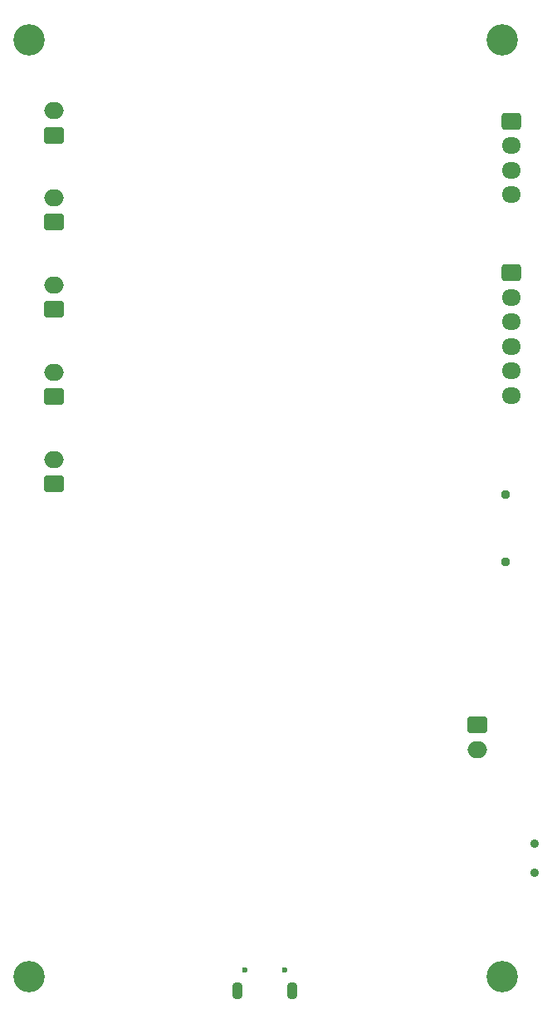
<source format=gbr>
%TF.GenerationSoftware,KiCad,Pcbnew,(6.0.7)*%
%TF.CreationDate,2023-03-03T12:59:51+05:30*%
%TF.ProjectId,ESP32-dev-board,45535033-322d-4646-9576-2d626f617264,rev?*%
%TF.SameCoordinates,Original*%
%TF.FileFunction,Soldermask,Bot*%
%TF.FilePolarity,Negative*%
%FSLAX46Y46*%
G04 Gerber Fmt 4.6, Leading zero omitted, Abs format (unit mm)*
G04 Created by KiCad (PCBNEW (6.0.7)) date 2023-03-03 12:59:51*
%MOMM*%
%LPD*%
G01*
G04 APERTURE LIST*
G04 Aperture macros list*
%AMRoundRect*
0 Rectangle with rounded corners*
0 $1 Rounding radius*
0 $2 $3 $4 $5 $6 $7 $8 $9 X,Y pos of 4 corners*
0 Add a 4 corners polygon primitive as box body*
4,1,4,$2,$3,$4,$5,$6,$7,$8,$9,$2,$3,0*
0 Add four circle primitives for the rounded corners*
1,1,$1+$1,$2,$3*
1,1,$1+$1,$4,$5*
1,1,$1+$1,$6,$7*
1,1,$1+$1,$8,$9*
0 Add four rect primitives between the rounded corners*
20,1,$1+$1,$2,$3,$4,$5,0*
20,1,$1+$1,$4,$5,$6,$7,0*
20,1,$1+$1,$6,$7,$8,$9,0*
20,1,$1+$1,$8,$9,$2,$3,0*%
G04 Aperture macros list end*
%ADD10RoundRect,0.250000X0.750000X-0.600000X0.750000X0.600000X-0.750000X0.600000X-0.750000X-0.600000X0*%
%ADD11O,2.000000X1.700000*%
%ADD12C,0.950000*%
%ADD13C,3.200000*%
%ADD14RoundRect,0.250000X-0.725000X0.600000X-0.725000X-0.600000X0.725000X-0.600000X0.725000X0.600000X0*%
%ADD15O,1.950000X1.700000*%
%ADD16C,0.900000*%
%ADD17C,0.600000*%
%ADD18O,1.100000X1.800000*%
%ADD19RoundRect,0.250000X-0.750000X0.600000X-0.750000X-0.600000X0.750000X-0.600000X0.750000X0.600000X0*%
G04 APERTURE END LIST*
D10*
%TO.C,J3*%
X83177500Y-62845000D03*
D11*
X83177500Y-60345000D03*
%TD*%
D12*
%TO.C,J10*%
X129308000Y-97400000D03*
X129308000Y-90600000D03*
%TD*%
D10*
%TO.C,J5*%
X83177500Y-71735000D03*
D11*
X83177500Y-69235000D03*
%TD*%
D10*
%TO.C,J1*%
X83185000Y-53975000D03*
D11*
X83185000Y-51475000D03*
%TD*%
D13*
%TO.C,H4*%
X128905000Y-139700000D03*
%TD*%
D10*
%TO.C,J4*%
X83177500Y-89515000D03*
D11*
X83177500Y-87015000D03*
%TD*%
D14*
%TO.C,J6*%
X129840000Y-52545000D03*
D15*
X129840000Y-55045000D03*
X129840000Y-57545000D03*
X129840000Y-60045000D03*
%TD*%
D13*
%TO.C,H3*%
X80645000Y-139700000D03*
%TD*%
%TO.C,H1*%
X80645000Y-44280000D03*
%TD*%
%TO.C,H2*%
X128905000Y-44280000D03*
%TD*%
D16*
%TO.C,SW4*%
X132213829Y-129135000D03*
X132213829Y-126135000D03*
%TD*%
D14*
%TO.C,J7*%
X129840000Y-67985000D03*
D15*
X129840000Y-70485000D03*
X129840000Y-72985000D03*
X129840000Y-75485000D03*
X129840000Y-77985000D03*
X129840000Y-80485000D03*
%TD*%
D17*
%TO.C,J8*%
X106736436Y-138974761D03*
X102686436Y-138974761D03*
D18*
X101886436Y-141124761D03*
X107536436Y-141124761D03*
%TD*%
D10*
%TO.C,J2*%
X83177500Y-80625000D03*
D11*
X83177500Y-78125000D03*
%TD*%
D19*
%TO.C,J9*%
X126372500Y-114066000D03*
D11*
X126372500Y-116566000D03*
%TD*%
M02*

</source>
